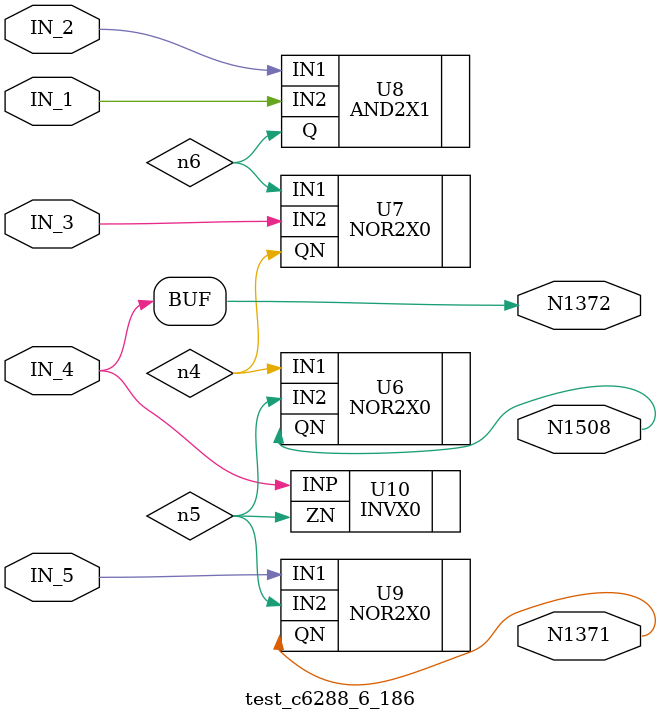
<source format=v>


module test_c6288_6_186 ( IN_1, IN_2, IN_3, IN_4, IN_5, N1371, N1372, N1508 );
  input IN_1, IN_2, IN_3, IN_4, IN_5;
  output N1371, N1372, N1508;
  wire   IN_4, n4, n5, n6;
  assign N1372 = IN_4;

  NOR2X0 U6 ( .IN1(n4), .IN2(n5), .QN(N1508) );
  NOR2X0 U7 ( .IN1(n6), .IN2(IN_3), .QN(n4) );
  AND2X1 U8 ( .IN1(IN_2), .IN2(IN_1), .Q(n6) );
  NOR2X0 U9 ( .IN1(IN_5), .IN2(n5), .QN(N1371) );
  INVX0 U10 ( .INP(IN_4), .ZN(n5) );
endmodule


</source>
